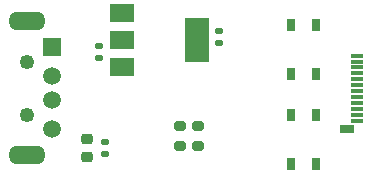
<source format=gbr>
%TF.GenerationSoftware,KiCad,Pcbnew,(6.0.7)*%
%TF.CreationDate,2023-02-04T21:02:38-08:00*%
%TF.ProjectId,ESP_Module,4553505f-4d6f-4647-956c-652e6b696361,rev?*%
%TF.SameCoordinates,Original*%
%TF.FileFunction,Soldermask,Bot*%
%TF.FilePolarity,Negative*%
%FSLAX46Y46*%
G04 Gerber Fmt 4.6, Leading zero omitted, Abs format (unit mm)*
G04 Created by KiCad (PCBNEW (6.0.7)) date 2023-02-04 21:02:38*
%MOMM*%
%LPD*%
G01*
G04 APERTURE LIST*
G04 Aperture macros list*
%AMRoundRect*
0 Rectangle with rounded corners*
0 $1 Rounding radius*
0 $2 $3 $4 $5 $6 $7 $8 $9 X,Y pos of 4 corners*
0 Add a 4 corners polygon primitive as box body*
4,1,4,$2,$3,$4,$5,$6,$7,$8,$9,$2,$3,0*
0 Add four circle primitives for the rounded corners*
1,1,$1+$1,$2,$3*
1,1,$1+$1,$4,$5*
1,1,$1+$1,$6,$7*
1,1,$1+$1,$8,$9*
0 Add four rect primitives between the rounded corners*
20,1,$1+$1,$2,$3,$4,$5,0*
20,1,$1+$1,$4,$5,$6,$7,0*
20,1,$1+$1,$6,$7,$8,$9,0*
20,1,$1+$1,$8,$9,$2,$3,0*%
G04 Aperture macros list end*
%ADD10C,1.250000*%
%ADD11R,1.508000X1.508000*%
%ADD12C,1.508000*%
%ADD13O,3.150000X1.575000*%
%ADD14R,0.650000X1.050000*%
%ADD15RoundRect,0.218750X-0.256250X0.218750X-0.256250X-0.218750X0.256250X-0.218750X0.256250X0.218750X0*%
%ADD16RoundRect,0.200000X0.275000X-0.200000X0.275000X0.200000X-0.275000X0.200000X-0.275000X-0.200000X0*%
%ADD17R,1.000000X0.380000*%
%ADD18R,1.150000X0.700000*%
%ADD19R,2.000000X1.500000*%
%ADD20R,2.000000X3.800000*%
%ADD21RoundRect,0.135000X-0.185000X0.135000X-0.185000X-0.135000X0.185000X-0.135000X0.185000X0.135000X0*%
%ADD22RoundRect,0.140000X-0.170000X0.140000X-0.170000X-0.140000X0.170000X-0.140000X0.170000X0.140000X0*%
%ADD23RoundRect,0.140000X0.170000X-0.140000X0.170000X0.140000X-0.170000X0.140000X-0.170000X-0.140000X0*%
G04 APERTURE END LIST*
D10*
%TO.C,J1*%
X118364000Y-107660000D03*
X118364000Y-103160000D03*
D11*
X120464000Y-101910000D03*
D12*
X120464000Y-104410000D03*
X120464000Y-106410000D03*
X120464000Y-108910000D03*
D13*
X118364000Y-99710000D03*
X118364000Y-111110000D03*
%TD*%
D14*
%TO.C,SW2*%
X140657000Y-111803000D03*
X140657000Y-107653000D03*
X142807000Y-107653000D03*
X142807000Y-111803000D03*
%TD*%
D15*
%TO.C,D1*%
X123444000Y-109702500D03*
X123444000Y-111277500D03*
%TD*%
D16*
%TO.C,R1*%
X131318000Y-110299000D03*
X131318000Y-108649000D03*
%TD*%
D17*
%TO.C,P1*%
X146264000Y-108160000D03*
X146264000Y-107660000D03*
X146264000Y-107160000D03*
X146264000Y-106660000D03*
X146264000Y-106160000D03*
X146264000Y-105660000D03*
X146264000Y-105160000D03*
X146264000Y-104660000D03*
X146264000Y-104160000D03*
X146264000Y-103660000D03*
X146264000Y-103160000D03*
X146264000Y-102660000D03*
D18*
X145424000Y-108830000D03*
%TD*%
D19*
%TO.C,U1*%
X126390000Y-103646000D03*
D20*
X132690000Y-101346000D03*
D19*
X126390000Y-101346000D03*
X126390000Y-99046000D03*
%TD*%
D21*
%TO.C,R6*%
X124968000Y-109980000D03*
X124968000Y-111000000D03*
%TD*%
D22*
%TO.C,C3*%
X124460000Y-102842000D03*
X124460000Y-101882000D03*
%TD*%
D23*
%TO.C,C4*%
X134620000Y-101572000D03*
X134620000Y-100612000D03*
%TD*%
D14*
%TO.C,SW1*%
X140657000Y-104183000D03*
X140657000Y-100033000D03*
X142807000Y-100033000D03*
X142807000Y-104183000D03*
%TD*%
D16*
%TO.C,R2*%
X132842000Y-110299000D03*
X132842000Y-108649000D03*
%TD*%
M02*

</source>
